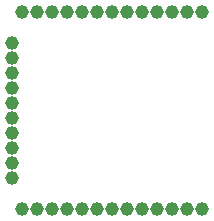
<source format=gbr>
G04 EAGLE Gerber RS-274X export*
G75*
%MOMM*%
%FSLAX34Y34*%
%LPD*%
%INSoldermask Bottom*%
%IPPOS*%
%AMOC8*
5,1,8,0,0,1.08239X$1,22.5*%
G01*
%ADD10C,1.177000*%


D10*
X112903Y6096D03*
X125603Y6096D03*
X138303Y6096D03*
X151003Y6096D03*
X163703Y6096D03*
X100203Y6096D03*
X87503Y6096D03*
X74803Y6096D03*
X62103Y6096D03*
X49403Y6096D03*
X36703Y6096D03*
X24003Y6096D03*
X11303Y6096D03*
X112903Y172466D03*
X125603Y172466D03*
X138303Y172466D03*
X151003Y172466D03*
X163703Y172466D03*
X100203Y172466D03*
X87503Y172466D03*
X74803Y172466D03*
X62103Y172466D03*
X49403Y172466D03*
X36703Y172466D03*
X24003Y172466D03*
X11303Y172466D03*
X3048Y82804D03*
X3048Y70104D03*
X3048Y57404D03*
X3048Y44704D03*
X3048Y32004D03*
X3048Y95504D03*
X3048Y108204D03*
X3048Y120904D03*
X3048Y133604D03*
X3048Y146304D03*
M02*

</source>
